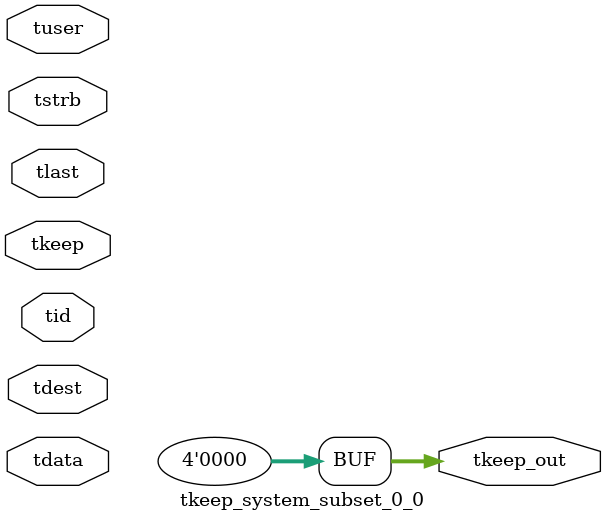
<source format=v>


`timescale 1ps/1ps

module tkeep_system_subset_0_0 #
(
parameter C_S_AXIS_TDATA_WIDTH = 32,
parameter C_S_AXIS_TUSER_WIDTH = 0,
parameter C_S_AXIS_TID_WIDTH   = 0,
parameter C_S_AXIS_TDEST_WIDTH = 0,
parameter C_M_AXIS_TDATA_WIDTH = 32
)
(
input  [(C_S_AXIS_TDATA_WIDTH == 0 ? 1 : C_S_AXIS_TDATA_WIDTH)-1:0     ] tdata,
input  [(C_S_AXIS_TUSER_WIDTH == 0 ? 1 : C_S_AXIS_TUSER_WIDTH)-1:0     ] tuser,
input  [(C_S_AXIS_TID_WIDTH   == 0 ? 1 : C_S_AXIS_TID_WIDTH)-1:0       ] tid,
input  [(C_S_AXIS_TDEST_WIDTH == 0 ? 1 : C_S_AXIS_TDEST_WIDTH)-1:0     ] tdest,
input  [(C_S_AXIS_TDATA_WIDTH/8)-1:0 ] tkeep,
input  [(C_S_AXIS_TDATA_WIDTH/8)-1:0 ] tstrb,
input                                                                    tlast,
output [(C_M_AXIS_TDATA_WIDTH/8)-1:0 ] tkeep_out
);

assign tkeep_out = {1'b0};

endmodule


</source>
